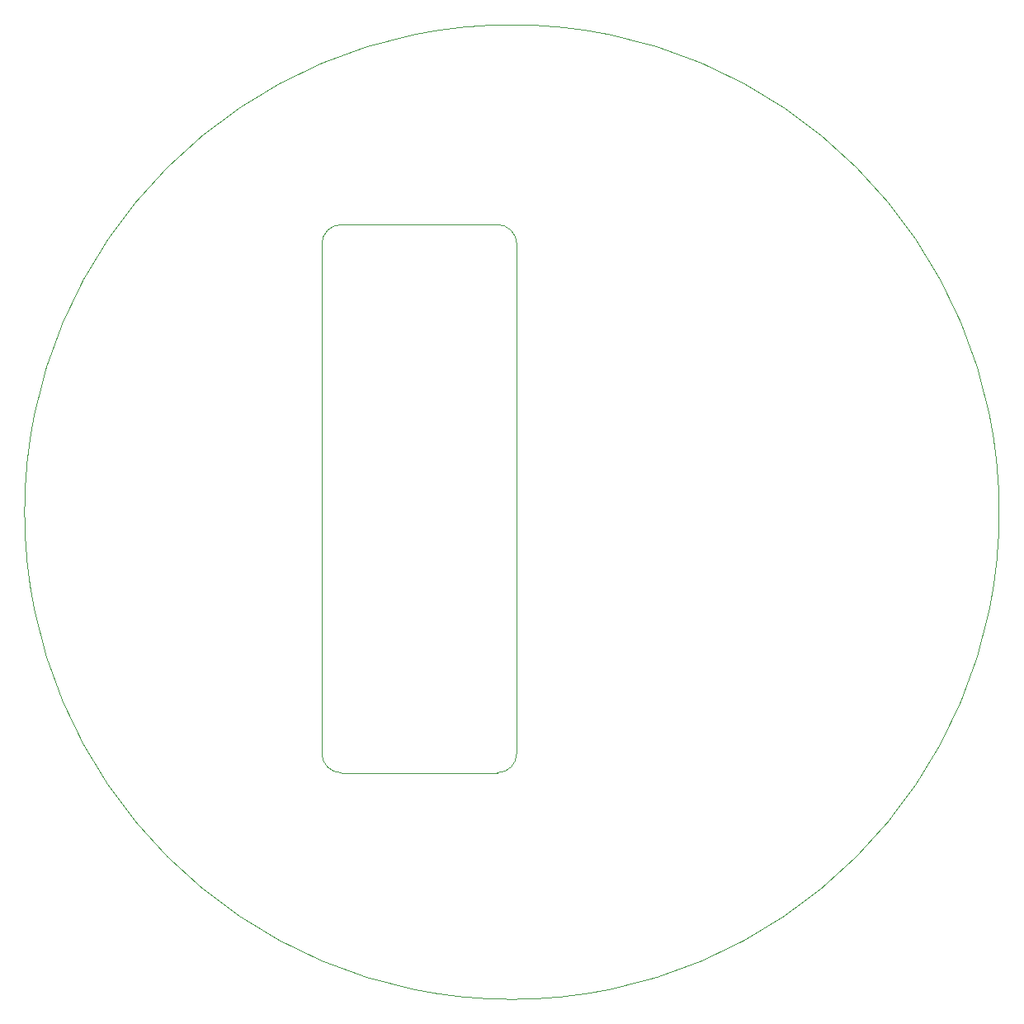
<source format=gm1>
%TF.GenerationSoftware,KiCad,Pcbnew,(6.0.5)*%
%TF.CreationDate,2022-06-07T13:18:44+00:00*%
%TF.ProjectId,co2_sensor_node,636f325f-7365-46e7-936f-725f6e6f6465,rev?*%
%TF.SameCoordinates,Original*%
%TF.FileFunction,Profile,NP*%
%FSLAX46Y46*%
G04 Gerber Fmt 4.6, Leading zero omitted, Abs format (unit mm)*
G04 Created by KiCad (PCBNEW (6.0.5)) date 2022-06-07 13:18:44*
%MOMM*%
%LPD*%
G01*
G04 APERTURE LIST*
%TA.AperFunction,Profile*%
%ADD10C,0.050000*%
%TD*%
G04 APERTURE END LIST*
D10*
X131000000Y-129750000D02*
X131000000Y-77500000D01*
X151000000Y-77500000D02*
X151000000Y-129750000D01*
X131000000Y-129750000D02*
G75*
G03*
X133000000Y-131750000I2000000J0D01*
G01*
X200500000Y-105000000D02*
G75*
G03*
X200500000Y-105000000I-50000000J0D01*
G01*
X133000000Y-75500000D02*
X149000000Y-75500000D01*
X151000000Y-77500000D02*
G75*
G03*
X149000000Y-75500000I-2000000J0D01*
G01*
X149000000Y-131750000D02*
G75*
G03*
X151000000Y-129750000I0J2000000D01*
G01*
X133000000Y-75500000D02*
G75*
G03*
X131000000Y-77500000I0J-2000000D01*
G01*
X149000000Y-131750000D02*
X133000000Y-131750000D01*
M02*

</source>
